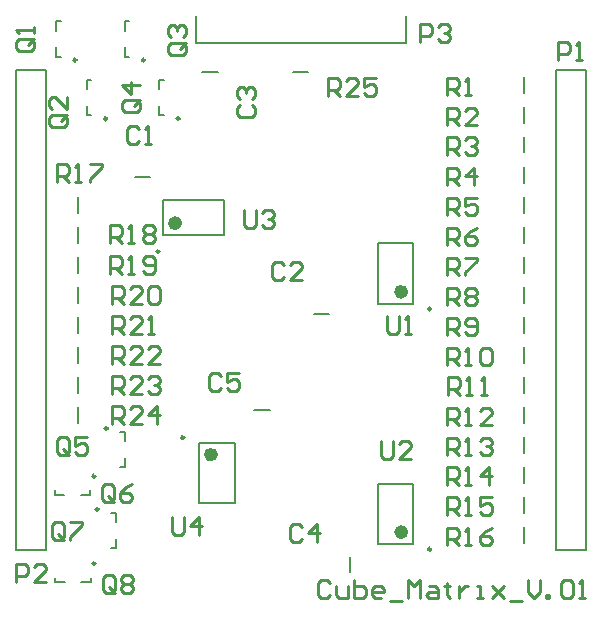
<source format=gto>
%FSLAX43Y43*%
%MOMM*%
G71*
G01*
G75*
G04 Layer_Color=65535*
%ADD10R,1.500X1.400*%
%ADD11R,1.600X0.600*%
%ADD12R,0.600X1.600*%
%ADD13R,1.400X1.500*%
%ADD14O,2.000X0.350*%
%ADD15O,0.350X2.000*%
%ADD16C,0.300*%
%ADD17C,0.500*%
%ADD18R,1.700X1.700*%
%ADD19C,1.700*%
%ADD20C,1.500*%
%ADD21R,1.500X1.500*%
%ADD22C,1.270*%
%ADD23C,0.250*%
%ADD24C,0.600*%
%ADD25C,0.200*%
%ADD26C,0.254*%
D23*
X11795Y46160D02*
G03*
X11795Y46160I-125J0D01*
G01*
X5995D02*
G03*
X5995Y46160I-125J0D01*
G01*
X8585Y41200D02*
G03*
X8585Y41200I-125J0D01*
G01*
X14735D02*
G03*
X14735Y41200I-125J0D01*
G01*
X8645Y14980D02*
G03*
X8645Y14980I-125J0D01*
G01*
X7595Y10920D02*
G03*
X7595Y10920I-125J0D01*
G01*
X7865Y8120D02*
G03*
X7865Y8120I-125J0D01*
G01*
X7615Y3530D02*
G03*
X7615Y3530I-125J0D01*
G01*
X36025Y4740D02*
G03*
X36025Y4740I-125J0D01*
G01*
X15115Y14210D02*
G03*
X15115Y14210I-125J0D01*
G01*
X36015Y25090D02*
G03*
X36015Y25090I-125J0D01*
G01*
X13025Y29950D02*
G03*
X13025Y29950I-125J0D01*
G01*
D24*
X33800Y6190D02*
G03*
X33800Y6190I-300J0D01*
G01*
X17690Y12760D02*
G03*
X17690Y12760I-300J0D01*
G01*
X33790Y26540D02*
G03*
X33790Y26540I-300J0D01*
G01*
X14650Y32350D02*
G03*
X14650Y32350I-300J0D01*
G01*
D25*
X21050Y16510D02*
X22350D01*
X3410Y4680D02*
Y45320D01*
X870D02*
X3410D01*
X870Y43415D02*
Y45320D01*
Y4680D02*
Y43415D01*
Y4680D02*
X3410D01*
X10070Y48660D02*
Y49460D01*
X10470D01*
X10070Y46460D02*
Y47260D01*
Y46460D02*
X10470D01*
X4270Y48660D02*
Y49460D01*
X4670D01*
X4270Y46460D02*
Y47260D01*
Y46460D02*
X4670D01*
X6860Y43700D02*
Y44500D01*
X7260D01*
X6860Y41500D02*
Y42300D01*
Y41500D02*
X7260D01*
X13010Y43700D02*
Y44500D01*
X13410D01*
X13010Y41500D02*
Y42300D01*
Y41500D02*
X13410D01*
X10120Y11680D02*
Y12480D01*
X9720Y11680D02*
X10120D01*
Y13880D02*
Y14680D01*
X9720D02*
X10120D01*
X4170Y9320D02*
X4970D01*
X4170D02*
Y9720D01*
X6370Y9320D02*
X7170D01*
Y9720D01*
X9340Y4820D02*
Y5620D01*
X8940Y4820D02*
X9340D01*
Y7020D02*
Y7820D01*
X8940D02*
X9340D01*
X4190Y1930D02*
X4990D01*
X4190D02*
Y2330D01*
X6390Y1930D02*
X7190D01*
Y2330D01*
X43860Y10380D02*
Y11680D01*
Y7840D02*
Y9140D01*
Y18000D02*
Y19300D01*
X31500Y10290D02*
X34500D01*
X31500Y5190D02*
X34500D01*
X31500D02*
Y10290D01*
X34500Y5190D02*
Y10290D01*
X16390Y8660D02*
X19390D01*
X16390Y13760D02*
X19390D01*
Y8660D02*
Y13760D01*
X16390Y8660D02*
Y13760D01*
X6140Y28160D02*
Y29460D01*
Y30700D02*
Y32000D01*
Y33240D02*
Y34540D01*
X10960Y36280D02*
X12260D01*
X16110Y47640D02*
Y49890D01*
Y47640D02*
X33890D01*
Y49890D01*
X24320Y45150D02*
X25620D01*
X26100Y24650D02*
X27400D01*
X31490Y30640D02*
X34490D01*
X31490Y25540D02*
X34490D01*
X31490D02*
Y30640D01*
X34490Y25540D02*
Y30640D01*
X18450Y31350D02*
Y34350D01*
X13350Y31350D02*
Y34350D01*
X18450D01*
X13350Y31350D02*
X18450D01*
X29170Y2800D02*
Y4100D01*
X43860Y43400D02*
Y44700D01*
Y40860D02*
Y42160D01*
Y38340D02*
Y39640D01*
Y35780D02*
Y37080D01*
Y33240D02*
Y34540D01*
Y30700D02*
Y32000D01*
X46590Y4680D02*
Y45320D01*
X49130D01*
Y43415D02*
Y45320D01*
Y4680D02*
Y43415D01*
X46590Y4680D02*
X49130D01*
X43860Y28160D02*
Y29460D01*
Y25620D02*
Y26920D01*
Y23080D02*
Y24380D01*
Y20540D02*
Y21840D01*
Y15460D02*
Y16760D01*
Y12920D02*
Y14220D01*
Y5300D02*
Y6600D01*
X6140Y25620D02*
Y26920D01*
Y23080D02*
Y24380D01*
Y20540D02*
Y21840D01*
Y18000D02*
Y19300D01*
Y15460D02*
Y16760D01*
X16660Y45150D02*
X17960D01*
D26*
X18246Y19430D02*
X17992Y19684D01*
X17484D01*
X17230Y19430D01*
Y18414D01*
X17484Y18160D01*
X17992D01*
X18246Y18414D01*
X19769Y19684D02*
X18754D01*
Y18922D01*
X19261Y19176D01*
X19515D01*
X19769Y18922D01*
Y18414D01*
X19515Y18160D01*
X19007D01*
X18754Y18414D01*
X920Y1990D02*
Y3514D01*
X1682D01*
X1936Y3260D01*
Y2752D01*
X1682Y2498D01*
X920D01*
X3459Y1990D02*
X2444D01*
X3459Y3006D01*
Y3260D01*
X3205Y3514D01*
X2697D01*
X2444Y3260D01*
X27466Y1900D02*
X27212Y2154D01*
X26704D01*
X26450Y1900D01*
Y884D01*
X26704Y630D01*
X27212D01*
X27466Y884D01*
X27974Y1646D02*
Y884D01*
X28227Y630D01*
X28989D01*
Y1646D01*
X29497Y2154D02*
Y630D01*
X30259D01*
X30513Y884D01*
Y1138D01*
Y1392D01*
X30259Y1646D01*
X29497D01*
X31782Y630D02*
X31274D01*
X31021Y884D01*
Y1392D01*
X31274Y1646D01*
X31782D01*
X32036Y1392D01*
Y1138D01*
X31021D01*
X32544Y376D02*
X33560D01*
X34068Y630D02*
Y2154D01*
X34575Y1646D01*
X35083Y2154D01*
Y630D01*
X35845Y1646D02*
X36353D01*
X36607Y1392D01*
Y630D01*
X35845D01*
X35591Y884D01*
X35845Y1138D01*
X36607D01*
X37368Y1900D02*
Y1646D01*
X37115D01*
X37622D01*
X37368D01*
Y884D01*
X37622Y630D01*
X38384Y1646D02*
Y630D01*
Y1138D01*
X38638Y1392D01*
X38892Y1646D01*
X39146D01*
X39908Y630D02*
X40415D01*
X40162D01*
Y1646D01*
X39908D01*
X41177D02*
X42193Y630D01*
X41685Y1138D01*
X42193Y1646D01*
X41177Y630D01*
X42701Y376D02*
X43716D01*
X44224Y2154D02*
Y1138D01*
X44732Y630D01*
X45240Y1138D01*
Y2154D01*
X45748Y630D02*
Y884D01*
X46002D01*
Y630D01*
X45748D01*
X47017Y1900D02*
X47271Y2154D01*
X47779D01*
X48033Y1900D01*
Y884D01*
X47779Y630D01*
X47271D01*
X47017Y884D01*
Y1900D01*
X48541Y630D02*
X49049D01*
X48795D01*
Y2154D01*
X48541Y1900D01*
X14996Y47606D02*
X13980D01*
X13726Y47352D01*
Y46844D01*
X13980Y46590D01*
X14996D01*
X15250Y46844D01*
Y47352D01*
X14742Y47098D02*
X15250Y47606D01*
Y47352D02*
X14996Y47606D01*
X13980Y48114D02*
X13726Y48367D01*
Y48875D01*
X13980Y49129D01*
X14234D01*
X14488Y48875D01*
Y48621D01*
Y48875D01*
X14742Y49129D01*
X14996D01*
X15250Y48875D01*
Y48367D01*
X14996Y48114D01*
X2136Y47916D02*
X1120D01*
X866Y47662D01*
Y47154D01*
X1120Y46900D01*
X2136D01*
X2390Y47154D01*
Y47662D01*
X1882Y47408D02*
X2390Y47916D01*
Y47662D02*
X2136Y47916D01*
X2390Y48424D02*
Y48931D01*
Y48677D01*
X866D01*
X1120Y48424D01*
X4966Y41486D02*
X3950D01*
X3696Y41232D01*
Y40724D01*
X3950Y40470D01*
X4966D01*
X5220Y40724D01*
Y41232D01*
X4712Y40978D02*
X5220Y41486D01*
Y41232D02*
X4966Y41486D01*
X5220Y43009D02*
Y41994D01*
X4204Y43009D01*
X3950D01*
X3696Y42755D01*
Y42247D01*
X3950Y41994D01*
X11116Y42786D02*
X10100D01*
X9846Y42532D01*
Y42024D01*
X10100Y41770D01*
X11116D01*
X11370Y42024D01*
Y42532D01*
X10862Y42278D02*
X11370Y42786D01*
Y42532D02*
X11116Y42786D01*
X11370Y44055D02*
X9846D01*
X10608Y43294D01*
Y44309D01*
X5366Y12974D02*
Y13990D01*
X5112Y14244D01*
X4604D01*
X4350Y13990D01*
Y12974D01*
X4604Y12720D01*
X5112D01*
X4858Y13228D02*
X5366Y12720D01*
X5112D02*
X5366Y12974D01*
X6889Y14244D02*
X5874D01*
Y13482D01*
X6381Y13736D01*
X6635D01*
X6889Y13482D01*
Y12974D01*
X6635Y12720D01*
X6127D01*
X5874Y12974D01*
X9156Y8954D02*
Y9970D01*
X8902Y10224D01*
X8394D01*
X8140Y9970D01*
Y8954D01*
X8394Y8700D01*
X8902D01*
X8648Y9208D02*
X9156Y8700D01*
X8902D02*
X9156Y8954D01*
X10679Y10224D02*
X10171Y9970D01*
X9664Y9462D01*
Y8954D01*
X9917Y8700D01*
X10425D01*
X10679Y8954D01*
Y9208D01*
X10425Y9462D01*
X9664D01*
X4946Y5814D02*
Y6830D01*
X4692Y7084D01*
X4184D01*
X3930Y6830D01*
Y5814D01*
X4184Y5560D01*
X4692D01*
X4438Y6068D02*
X4946Y5560D01*
X4692D02*
X4946Y5814D01*
X5454Y7084D02*
X6469D01*
Y6830D01*
X5454Y5814D01*
Y5560D01*
X9236Y1254D02*
Y2270D01*
X8982Y2524D01*
X8474D01*
X8220Y2270D01*
Y1254D01*
X8474Y1000D01*
X8982D01*
X8728Y1508D02*
X9236Y1000D01*
X8982D02*
X9236Y1254D01*
X9744Y2270D02*
X9997Y2524D01*
X10505D01*
X10759Y2270D01*
Y2016D01*
X10505Y1762D01*
X10759Y1508D01*
Y1254D01*
X10505Y1000D01*
X9997D01*
X9744Y1254D01*
Y1508D01*
X9997Y1762D01*
X9744Y2016D01*
Y2270D01*
X9997Y1762D02*
X10505D01*
X37390Y10190D02*
Y11714D01*
X38152D01*
X38406Y11460D01*
Y10952D01*
X38152Y10698D01*
X37390D01*
X37898D02*
X38406Y10190D01*
X38914D02*
X39421D01*
X39167D01*
Y11714D01*
X38914Y11460D01*
X40945Y10190D02*
Y11714D01*
X40183Y10952D01*
X41199D01*
X37350Y7660D02*
Y9184D01*
X38112D01*
X38366Y8930D01*
Y8422D01*
X38112Y8168D01*
X37350D01*
X37858D02*
X38366Y7660D01*
X38874D02*
X39381D01*
X39127D01*
Y9184D01*
X38874Y8930D01*
X41159Y9184D02*
X40143D01*
Y8422D01*
X40651Y8676D01*
X40905D01*
X41159Y8422D01*
Y7914D01*
X40905Y7660D01*
X40397D01*
X40143Y7914D01*
X37480Y17780D02*
Y19304D01*
X38242D01*
X38496Y19050D01*
Y18542D01*
X38242Y18288D01*
X37480D01*
X37988D02*
X38496Y17780D01*
X39004D02*
X39511D01*
X39257D01*
Y19304D01*
X39004Y19050D01*
X40273Y17780D02*
X40781D01*
X40527D01*
Y19304D01*
X40273Y19050D01*
X31790Y13914D02*
Y12644D01*
X32044Y12390D01*
X32552D01*
X32806Y12644D01*
Y13914D01*
X34329Y12390D02*
X33314D01*
X34329Y13406D01*
Y13660D01*
X34075Y13914D01*
X33567D01*
X33314Y13660D01*
X14050Y7504D02*
Y6234D01*
X14304Y5980D01*
X14812D01*
X15066Y6234D01*
Y7504D01*
X16335Y5980D02*
Y7504D01*
X15574Y6742D01*
X16589D01*
X8850Y28040D02*
Y29564D01*
X9612D01*
X9866Y29310D01*
Y28802D01*
X9612Y28548D01*
X8850D01*
X9358D02*
X9866Y28040D01*
X10374D02*
X10881D01*
X10627D01*
Y29564D01*
X10374Y29310D01*
X11643Y28294D02*
X11897Y28040D01*
X12405D01*
X12659Y28294D01*
Y29310D01*
X12405Y29564D01*
X11897D01*
X11643Y29310D01*
Y29056D01*
X11897Y28802D01*
X12659D01*
X8810Y30700D02*
Y32224D01*
X9572D01*
X9826Y31970D01*
Y31462D01*
X9572Y31208D01*
X8810D01*
X9318D02*
X9826Y30700D01*
X10334D02*
X10841D01*
X10587D01*
Y32224D01*
X10334Y31970D01*
X11603D02*
X11857Y32224D01*
X12365D01*
X12619Y31970D01*
Y31716D01*
X12365Y31462D01*
X12619Y31208D01*
Y30954D01*
X12365Y30700D01*
X11857D01*
X11603Y30954D01*
Y31208D01*
X11857Y31462D01*
X11603Y31716D01*
Y31970D01*
X11857Y31462D02*
X12365D01*
X4390Y35860D02*
Y37384D01*
X5152D01*
X5406Y37130D01*
Y36622D01*
X5152Y36368D01*
X4390D01*
X4898D02*
X5406Y35860D01*
X5914D02*
X6421D01*
X6167D01*
Y37384D01*
X5914Y37130D01*
X7183Y37384D02*
X8199D01*
Y37130D01*
X7183Y36114D01*
Y35860D01*
X11266Y40340D02*
X11012Y40594D01*
X10504D01*
X10250Y40340D01*
Y39324D01*
X10504Y39070D01*
X11012D01*
X11266Y39324D01*
X11774Y39070D02*
X12281D01*
X12027D01*
Y40594D01*
X11774Y40340D01*
X35120Y47710D02*
Y49234D01*
X35882D01*
X36136Y48980D01*
Y48472D01*
X35882Y48218D01*
X35120D01*
X36644Y48980D02*
X36897Y49234D01*
X37405D01*
X37659Y48980D01*
Y48726D01*
X37405Y48472D01*
X37151D01*
X37405D01*
X37659Y48218D01*
Y47964D01*
X37405Y47710D01*
X36897D01*
X36644Y47964D01*
X27290Y43140D02*
Y44664D01*
X28052D01*
X28306Y44410D01*
Y43902D01*
X28052Y43648D01*
X27290D01*
X27798D02*
X28306Y43140D01*
X29829D02*
X28814D01*
X29829Y44156D01*
Y44410D01*
X29575Y44664D01*
X29067D01*
X28814Y44410D01*
X31353Y44664D02*
X30337D01*
Y43902D01*
X30845Y44156D01*
X31099D01*
X31353Y43902D01*
Y43394D01*
X31099Y43140D01*
X30591D01*
X30337Y43394D01*
X23586Y28830D02*
X23332Y29084D01*
X22824D01*
X22570Y28830D01*
Y27814D01*
X22824Y27560D01*
X23332D01*
X23586Y27814D01*
X25109Y27560D02*
X24094D01*
X25109Y28576D01*
Y28830D01*
X24855Y29084D01*
X24347D01*
X24094Y28830D01*
X32310Y24454D02*
Y23184D01*
X32564Y22930D01*
X33072D01*
X33326Y23184D01*
Y24454D01*
X33834Y22930D02*
X34341D01*
X34087D01*
Y24454D01*
X33834Y24200D01*
X20200Y33464D02*
Y32194D01*
X20454Y31940D01*
X20962D01*
X21216Y32194D01*
Y33464D01*
X21724Y33210D02*
X21977Y33464D01*
X22485D01*
X22739Y33210D01*
Y32956D01*
X22485Y32702D01*
X22231D01*
X22485D01*
X22739Y32448D01*
Y32194D01*
X22485Y31940D01*
X21977D01*
X21724Y32194D01*
X25096Y6640D02*
X24842Y6894D01*
X24334D01*
X24080Y6640D01*
Y5624D01*
X24334Y5370D01*
X24842D01*
X25096Y5624D01*
X26365Y5370D02*
Y6894D01*
X25604Y6132D01*
X26619D01*
X9017Y15319D02*
Y16842D01*
X9779D01*
X10033Y16588D01*
Y16081D01*
X9779Y15827D01*
X9017D01*
X9525D02*
X10033Y15319D01*
X11557D02*
X10541D01*
X11557Y16334D01*
Y16588D01*
X11303Y16842D01*
X10795D01*
X10541Y16588D01*
X12826Y15319D02*
Y16842D01*
X12064Y16081D01*
X13080D01*
X9017Y17859D02*
Y19382D01*
X9779D01*
X10033Y19128D01*
Y18621D01*
X9779Y18367D01*
X9017D01*
X9525D02*
X10033Y17859D01*
X11557D02*
X10541D01*
X11557Y18874D01*
Y19128D01*
X11303Y19382D01*
X10795D01*
X10541Y19128D01*
X12064D02*
X12318Y19382D01*
X12826D01*
X13080Y19128D01*
Y18874D01*
X12826Y18621D01*
X12572D01*
X12826D01*
X13080Y18367D01*
Y18113D01*
X12826Y17859D01*
X12318D01*
X12064Y18113D01*
X9017Y20399D02*
Y21922D01*
X9779D01*
X10033Y21668D01*
Y21161D01*
X9779Y20907D01*
X9017D01*
X9525D02*
X10033Y20399D01*
X11557D02*
X10541D01*
X11557Y21414D01*
Y21668D01*
X11303Y21922D01*
X10795D01*
X10541Y21668D01*
X13080Y20399D02*
X12064D01*
X13080Y21414D01*
Y21668D01*
X12826Y21922D01*
X12318D01*
X12064Y21668D01*
X9017Y22939D02*
Y24462D01*
X9779D01*
X10033Y24208D01*
Y23701D01*
X9779Y23447D01*
X9017D01*
X9525D02*
X10033Y22939D01*
X11557D02*
X10541D01*
X11557Y23954D01*
Y24208D01*
X11303Y24462D01*
X10795D01*
X10541Y24208D01*
X12064Y22939D02*
X12572D01*
X12318D01*
Y24462D01*
X12064Y24208D01*
X9017Y25479D02*
Y27002D01*
X9779D01*
X10033Y26748D01*
Y26241D01*
X9779Y25987D01*
X9017D01*
X9525D02*
X10033Y25479D01*
X11557D02*
X10541D01*
X11557Y26494D01*
Y26748D01*
X11303Y27002D01*
X10795D01*
X10541Y26748D01*
X12064D02*
X12318Y27002D01*
X12826D01*
X13080Y26748D01*
Y25733D01*
X12826Y25479D01*
X12318D01*
X12064Y25733D01*
Y26748D01*
X37406Y5059D02*
Y6582D01*
X38168D01*
X38422Y6328D01*
Y5821D01*
X38168Y5567D01*
X37406D01*
X37914D02*
X38422Y5059D01*
X38930D02*
X39438D01*
X39184D01*
Y6582D01*
X38930Y6328D01*
X41215Y6582D02*
X40707Y6328D01*
X40200Y5821D01*
Y5313D01*
X40453Y5059D01*
X40961D01*
X41215Y5313D01*
Y5567D01*
X40961Y5821D01*
X40200D01*
X37406Y12679D02*
Y14202D01*
X38168D01*
X38422Y13948D01*
Y13441D01*
X38168Y13187D01*
X37406D01*
X37914D02*
X38422Y12679D01*
X38930D02*
X39438D01*
X39184D01*
Y14202D01*
X38930Y13948D01*
X40200D02*
X40453Y14202D01*
X40961D01*
X41215Y13948D01*
Y13694D01*
X40961Y13441D01*
X40707D01*
X40961D01*
X41215Y13187D01*
Y12933D01*
X40961Y12679D01*
X40453D01*
X40200Y12933D01*
X37406Y15219D02*
Y16742D01*
X38168D01*
X38422Y16488D01*
Y15981D01*
X38168Y15727D01*
X37406D01*
X37914D02*
X38422Y15219D01*
X38930D02*
X39438D01*
X39184D01*
Y16742D01*
X38930Y16488D01*
X41215Y15219D02*
X40200D01*
X41215Y16234D01*
Y16488D01*
X40961Y16742D01*
X40453D01*
X40200Y16488D01*
X37406Y20299D02*
Y21822D01*
X38168D01*
X38422Y21568D01*
Y21061D01*
X38168Y20807D01*
X37406D01*
X37914D02*
X38422Y20299D01*
X38930D02*
X39438D01*
X39184D01*
Y21822D01*
X38930Y21568D01*
X40200D02*
X40453Y21822D01*
X40961D01*
X41215Y21568D01*
Y20553D01*
X40961Y20299D01*
X40453D01*
X40200Y20553D01*
Y21568D01*
X37406Y22839D02*
Y24362D01*
X38168D01*
X38422Y24108D01*
Y23601D01*
X38168Y23347D01*
X37406D01*
X37914D02*
X38422Y22839D01*
X38930Y23093D02*
X39184Y22839D01*
X39692D01*
X39946Y23093D01*
Y24108D01*
X39692Y24362D01*
X39184D01*
X38930Y24108D01*
Y23854D01*
X39184Y23601D01*
X39946D01*
X37406Y25379D02*
Y26902D01*
X38168D01*
X38422Y26648D01*
Y26141D01*
X38168Y25887D01*
X37406D01*
X37914D02*
X38422Y25379D01*
X38930Y26648D02*
X39184Y26902D01*
X39692D01*
X39946Y26648D01*
Y26394D01*
X39692Y26141D01*
X39946Y25887D01*
Y25633D01*
X39692Y25379D01*
X39184D01*
X38930Y25633D01*
Y25887D01*
X39184Y26141D01*
X38930Y26394D01*
Y26648D01*
X39184Y26141D02*
X39692D01*
X37406Y27919D02*
Y29442D01*
X38168D01*
X38422Y29188D01*
Y28681D01*
X38168Y28427D01*
X37406D01*
X37914D02*
X38422Y27919D01*
X38930Y29442D02*
X39946D01*
Y29188D01*
X38930Y28173D01*
Y27919D01*
X37406Y30459D02*
Y31982D01*
X38168D01*
X38422Y31728D01*
Y31221D01*
X38168Y30967D01*
X37406D01*
X37914D02*
X38422Y30459D01*
X39946Y31982D02*
X39438Y31728D01*
X38930Y31221D01*
Y30713D01*
X39184Y30459D01*
X39692D01*
X39946Y30713D01*
Y30967D01*
X39692Y31221D01*
X38930D01*
X37406Y32999D02*
Y34522D01*
X38168D01*
X38422Y34268D01*
Y33761D01*
X38168Y33507D01*
X37406D01*
X37914D02*
X38422Y32999D01*
X39946Y34522D02*
X38930D01*
Y33761D01*
X39438Y34014D01*
X39692D01*
X39946Y33761D01*
Y33253D01*
X39692Y32999D01*
X39184D01*
X38930Y33253D01*
X37406Y35539D02*
Y37062D01*
X38168D01*
X38422Y36808D01*
Y36301D01*
X38168Y36047D01*
X37406D01*
X37914D02*
X38422Y35539D01*
X39692D02*
Y37062D01*
X38930Y36301D01*
X39946D01*
X37406Y38104D02*
Y39628D01*
X38168D01*
X38422Y39374D01*
Y38866D01*
X38168Y38612D01*
X37406D01*
X37914D02*
X38422Y38104D01*
X38930Y39374D02*
X39184Y39628D01*
X39692D01*
X39946Y39374D01*
Y39120D01*
X39692Y38866D01*
X39438D01*
X39692D01*
X39946Y38612D01*
Y38358D01*
X39692Y38104D01*
X39184D01*
X38930Y38358D01*
X37406Y40619D02*
Y42142D01*
X38168D01*
X38422Y41888D01*
Y41381D01*
X38168Y41127D01*
X37406D01*
X37914D02*
X38422Y40619D01*
X39946D02*
X38930D01*
X39946Y41634D01*
Y41888D01*
X39692Y42142D01*
X39184D01*
X38930Y41888D01*
X37406Y43159D02*
Y44682D01*
X38168D01*
X38422Y44428D01*
Y43921D01*
X38168Y43667D01*
X37406D01*
X37914D02*
X38422Y43159D01*
X38930D02*
X39438D01*
X39184D01*
Y44682D01*
X38930Y44428D01*
X46743Y46185D02*
Y47709D01*
X47505D01*
X47759Y47455D01*
Y46947D01*
X47505Y46693D01*
X46743D01*
X48267Y46185D02*
X48775D01*
X48521D01*
Y47709D01*
X48267Y47455D01*
X19880Y42316D02*
X19626Y42062D01*
Y41554D01*
X19880Y41300D01*
X20896D01*
X21150Y41554D01*
Y42062D01*
X20896Y42316D01*
X19880Y42824D02*
X19626Y43077D01*
Y43585D01*
X19880Y43839D01*
X20134D01*
X20388Y43585D01*
Y43331D01*
Y43585D01*
X20642Y43839D01*
X20896D01*
X21150Y43585D01*
Y43077D01*
X20896Y42824D01*
M02*

</source>
